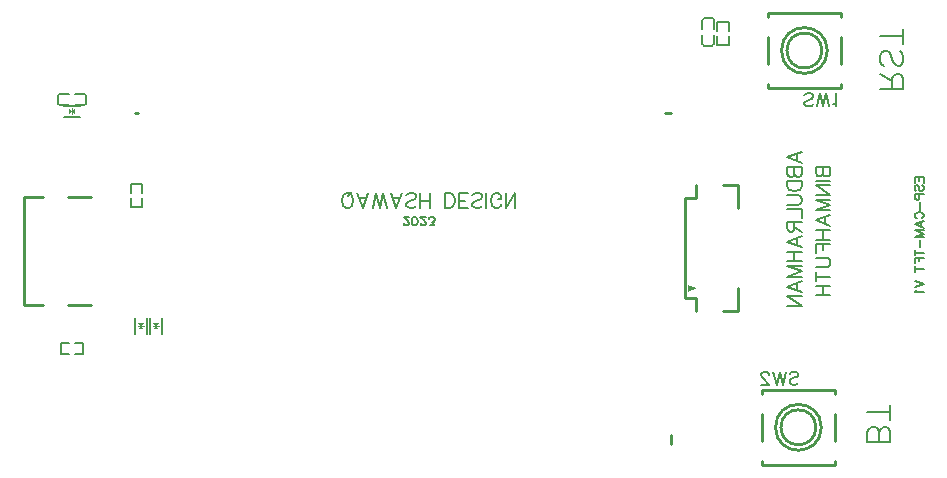
<source format=gbo>
G04 Layer: BottomSilkscreenLayer*
G04 EasyEDA v6.5.22, 2023-04-19 21:06:07*
G04 0b1144c6aaf7448fb0b14bab58411d50,0a61cb7f7b51421fbede6d33e3e5ec82,10*
G04 Gerber Generator version 0.2*
G04 Scale: 100 percent, Rotated: No, Reflected: No *
G04 Dimensions in inches *
G04 leading zeros omitted , absolute positions ,3 integer and 6 decimal *
%FSLAX36Y36*%
%MOIN*%

%ADD10C,0.0080*%
%ADD11C,0.0060*%
%ADD12C,0.0100*%
%ADD13C,0.0051*%
%ADD14C,0.0039*%
%ADD15C,0.0121*%

%LPD*%
D10*
X3107727Y1226999D02*
G01*
X3031364Y1226999D01*
X3107727Y1226999D02*
G01*
X3107727Y1259726D01*
X3104090Y1270635D01*
X3100455Y1274272D01*
X3093181Y1277908D01*
X3085909Y1277908D01*
X3078635Y1274272D01*
X3075000Y1270635D01*
X3071364Y1259726D01*
X3071364Y1226999D02*
G01*
X3071364Y1259726D01*
X3067727Y1270635D01*
X3064090Y1274272D01*
X3056818Y1277908D01*
X3045909Y1277908D01*
X3038635Y1274272D01*
X3035000Y1270635D01*
X3031364Y1259726D01*
X3031364Y1226999D01*
X3107727Y1327363D02*
G01*
X3031364Y1327363D01*
X3107727Y1301909D02*
G01*
X3107727Y1352818D01*
X3150726Y2405000D02*
G01*
X3074363Y2405000D01*
X3150726Y2405000D02*
G01*
X3150726Y2437727D01*
X3147091Y2448636D01*
X3143455Y2452273D01*
X3136181Y2455909D01*
X3128909Y2455909D01*
X3121635Y2452273D01*
X3118000Y2448636D01*
X3114363Y2437727D01*
X3114363Y2405000D01*
X3114363Y2430455D02*
G01*
X3074363Y2455909D01*
X3139817Y2530817D02*
G01*
X3147091Y2523544D01*
X3150726Y2512636D01*
X3150726Y2498090D01*
X3147091Y2487181D01*
X3139817Y2479908D01*
X3132545Y2479908D01*
X3125272Y2483544D01*
X3121635Y2487181D01*
X3118000Y2494454D01*
X3110726Y2516273D01*
X3107091Y2523544D01*
X3103455Y2527181D01*
X3096181Y2530817D01*
X3085272Y2530817D01*
X3078000Y2523544D01*
X3074363Y2512636D01*
X3074363Y2498090D01*
X3078000Y2487181D01*
X3085272Y2479908D01*
X3150726Y2580273D02*
G01*
X3074363Y2580273D01*
X3150726Y2554818D02*
G01*
X3150726Y2605727D01*
X2764544Y2176817D02*
G01*
X2812272Y2195000D01*
X2764544Y2176817D02*
G01*
X2812272Y2158636D01*
X2796364Y2188182D02*
G01*
X2796364Y2165455D01*
X2764544Y2143636D02*
G01*
X2812272Y2143636D01*
X2764544Y2143636D02*
G01*
X2764544Y2123182D01*
X2766818Y2116363D01*
X2769090Y2114090D01*
X2773635Y2111817D01*
X2778181Y2111817D01*
X2782727Y2114090D01*
X2785000Y2116363D01*
X2787272Y2123182D01*
X2787272Y2143636D02*
G01*
X2787272Y2123182D01*
X2789544Y2116363D01*
X2791818Y2114090D01*
X2796364Y2111817D01*
X2803181Y2111817D01*
X2807727Y2114090D01*
X2810000Y2116363D01*
X2812272Y2123182D01*
X2812272Y2143636D01*
X2764544Y2096817D02*
G01*
X2812272Y2096817D01*
X2764544Y2096817D02*
G01*
X2764544Y2080909D01*
X2766818Y2074090D01*
X2771364Y2069544D01*
X2775909Y2067273D01*
X2782727Y2065000D01*
X2794090Y2065000D01*
X2800909Y2067273D01*
X2805455Y2069544D01*
X2810000Y2074090D01*
X2812272Y2080909D01*
X2812272Y2096817D01*
X2764544Y2050000D02*
G01*
X2798635Y2050000D01*
X2805455Y2047726D01*
X2810000Y2043182D01*
X2812272Y2036363D01*
X2812272Y2031817D01*
X2810000Y2025000D01*
X2805455Y2020455D01*
X2798635Y2018182D01*
X2764544Y2018182D01*
X2764544Y2003182D02*
G01*
X2812272Y2003182D01*
X2812272Y2003182D02*
G01*
X2812272Y1975909D01*
X2764544Y1960909D02*
G01*
X2812272Y1960909D01*
X2764544Y1960909D02*
G01*
X2764544Y1940455D01*
X2766818Y1933636D01*
X2769090Y1931363D01*
X2773635Y1929090D01*
X2778181Y1929090D01*
X2782727Y1931363D01*
X2785000Y1933636D01*
X2787272Y1940455D01*
X2787272Y1960909D01*
X2787272Y1945000D02*
G01*
X2812272Y1929090D01*
X2764544Y1895909D02*
G01*
X2812272Y1914090D01*
X2764544Y1895909D02*
G01*
X2812272Y1877726D01*
X2796364Y1907273D02*
G01*
X2796364Y1884544D01*
X2764544Y1862726D02*
G01*
X2812272Y1862726D01*
X2764544Y1830909D02*
G01*
X2812272Y1830909D01*
X2787272Y1862726D02*
G01*
X2787272Y1830909D01*
X2764544Y1815909D02*
G01*
X2812272Y1815909D01*
X2764544Y1815909D02*
G01*
X2812272Y1797726D01*
X2764544Y1779544D02*
G01*
X2812272Y1797726D01*
X2764544Y1779544D02*
G01*
X2812272Y1779544D01*
X2764544Y1746363D02*
G01*
X2812272Y1764544D01*
X2764544Y1746363D02*
G01*
X2812272Y1728182D01*
X2796364Y1757726D02*
G01*
X2796364Y1735000D01*
X2764544Y1713182D02*
G01*
X2812272Y1713182D01*
X2764544Y1713182D02*
G01*
X2812272Y1681363D01*
X2764544Y1681363D02*
G01*
X2812272Y1681363D01*
X2859544Y2145000D02*
G01*
X2907272Y2145000D01*
X2859544Y2145000D02*
G01*
X2859544Y2124544D01*
X2861818Y2117727D01*
X2864090Y2115455D01*
X2868635Y2113182D01*
X2873181Y2113182D01*
X2877727Y2115455D01*
X2880000Y2117727D01*
X2882272Y2124544D01*
X2882272Y2145000D02*
G01*
X2882272Y2124544D01*
X2884544Y2117727D01*
X2886818Y2115455D01*
X2891364Y2113182D01*
X2898181Y2113182D01*
X2902727Y2115455D01*
X2905000Y2117727D01*
X2907272Y2124544D01*
X2907272Y2145000D01*
X2859544Y2098182D02*
G01*
X2907272Y2098182D01*
X2859544Y2083182D02*
G01*
X2907272Y2083182D01*
X2859544Y2083182D02*
G01*
X2907272Y2051363D01*
X2859544Y2051363D02*
G01*
X2907272Y2051363D01*
X2859544Y2036363D02*
G01*
X2907272Y2036363D01*
X2859544Y2036363D02*
G01*
X2907272Y2018182D01*
X2859544Y2000000D02*
G01*
X2907272Y2018182D01*
X2859544Y2000000D02*
G01*
X2907272Y2000000D01*
X2859544Y1966817D02*
G01*
X2907272Y1985000D01*
X2859544Y1966817D02*
G01*
X2907272Y1948636D01*
X2891364Y1978182D02*
G01*
X2891364Y1955455D01*
X2859544Y1933636D02*
G01*
X2907272Y1933636D01*
X2859544Y1901817D02*
G01*
X2907272Y1901817D01*
X2882272Y1933636D02*
G01*
X2882272Y1901817D01*
X2859544Y1886817D02*
G01*
X2907272Y1886817D01*
X2859544Y1886817D02*
G01*
X2859544Y1857273D01*
X2882272Y1886817D02*
G01*
X2882272Y1868636D01*
X2859544Y1842273D02*
G01*
X2893635Y1842273D01*
X2900455Y1840000D01*
X2905000Y1835455D01*
X2907272Y1828636D01*
X2907272Y1824090D01*
X2905000Y1817273D01*
X2900455Y1812726D01*
X2893635Y1810455D01*
X2859544Y1810455D01*
X2859544Y1779544D02*
G01*
X2907272Y1779544D01*
X2859544Y1795455D02*
G01*
X2859544Y1763636D01*
X2859544Y1748636D02*
G01*
X2907272Y1748636D01*
X2859544Y1716817D02*
G01*
X2907272Y1716817D01*
X2882272Y1748636D02*
G01*
X2882272Y1716817D01*
X3189727Y2110000D02*
G01*
X3218364Y2110000D01*
X3189727Y2110000D02*
G01*
X3189727Y2092273D01*
X3203364Y2110000D02*
G01*
X3203364Y2099090D01*
X3218364Y2110000D02*
G01*
X3218364Y2092273D01*
X3193818Y2064182D02*
G01*
X3191090Y2066909D01*
X3189727Y2070999D01*
X3189727Y2076455D01*
X3191090Y2080545D01*
X3193818Y2083272D01*
X3196544Y2083272D01*
X3199273Y2081909D01*
X3200636Y2080545D01*
X3201999Y2077818D01*
X3204727Y2069636D01*
X3206090Y2066909D01*
X3207455Y2065545D01*
X3210182Y2064182D01*
X3214273Y2064182D01*
X3216999Y2066909D01*
X3218364Y2070999D01*
X3218364Y2076455D01*
X3216999Y2080545D01*
X3214273Y2083272D01*
X3189727Y2055181D02*
G01*
X3218364Y2055181D01*
X3189727Y2055181D02*
G01*
X3189727Y2042908D01*
X3191090Y2038818D01*
X3192455Y2037455D01*
X3195182Y2036091D01*
X3199273Y2036091D01*
X3201999Y2037455D01*
X3203364Y2038818D01*
X3204727Y2042908D01*
X3204727Y2055181D01*
X3206090Y2027091D02*
G01*
X3206090Y2002545D01*
X3196544Y1973090D02*
G01*
X3193818Y1974454D01*
X3191090Y1977181D01*
X3189727Y1979908D01*
X3189727Y1985363D01*
X3191090Y1988090D01*
X3193818Y1990817D01*
X3196544Y1992181D01*
X3200636Y1993544D01*
X3207455Y1993544D01*
X3211544Y1992181D01*
X3214273Y1990817D01*
X3216999Y1988090D01*
X3218364Y1985363D01*
X3218364Y1979908D01*
X3216999Y1977181D01*
X3214273Y1974454D01*
X3211544Y1973090D01*
X3189727Y1953182D02*
G01*
X3218364Y1964090D01*
X3189727Y1953182D02*
G01*
X3218364Y1942273D01*
X3208818Y1960000D02*
G01*
X3208818Y1946363D01*
X3189727Y1933272D02*
G01*
X3218364Y1933272D01*
X3189727Y1933272D02*
G01*
X3218364Y1922363D01*
X3189727Y1911455D02*
G01*
X3218364Y1922363D01*
X3189727Y1911455D02*
G01*
X3218364Y1911455D01*
X3206090Y1902455D02*
G01*
X3206090Y1877908D01*
X3189727Y1859364D02*
G01*
X3218364Y1859364D01*
X3189727Y1868908D02*
G01*
X3189727Y1849818D01*
X3189727Y1840817D02*
G01*
X3218364Y1840817D01*
X3189727Y1840817D02*
G01*
X3189727Y1823090D01*
X3203364Y1840817D02*
G01*
X3203364Y1829908D01*
X3189727Y1804544D02*
G01*
X3218364Y1804544D01*
X3189727Y1814090D02*
G01*
X3189727Y1795000D01*
X3189727Y1765000D02*
G01*
X3218364Y1754090D01*
X3189727Y1743182D02*
G01*
X3218364Y1754090D01*
X3195182Y1734182D02*
G01*
X3193818Y1731455D01*
X3189727Y1727363D01*
X3218364Y1727363D01*
X1293635Y2009544D02*
G01*
X1289090Y2011817D01*
X1284544Y2016363D01*
X1282272Y2020909D01*
X1280000Y2027726D01*
X1280000Y2039090D01*
X1282272Y2045909D01*
X1284544Y2050455D01*
X1289090Y2055000D01*
X1293635Y2057273D01*
X1302727Y2057273D01*
X1307272Y2055000D01*
X1311818Y2050455D01*
X1314090Y2045909D01*
X1316364Y2039090D01*
X1316364Y2027726D01*
X1314090Y2020909D01*
X1311818Y2016363D01*
X1307272Y2011817D01*
X1302727Y2009544D01*
X1293635Y2009544D01*
X1300455Y2048182D02*
G01*
X1314090Y2061817D01*
X1349544Y2009544D02*
G01*
X1331364Y2057273D01*
X1349544Y2009544D02*
G01*
X1367727Y2057273D01*
X1338181Y2041363D02*
G01*
X1360909Y2041363D01*
X1382727Y2009544D02*
G01*
X1394090Y2057273D01*
X1405455Y2009544D02*
G01*
X1394090Y2057273D01*
X1405455Y2009544D02*
G01*
X1416818Y2057273D01*
X1428181Y2009544D02*
G01*
X1416818Y2057273D01*
X1461364Y2009544D02*
G01*
X1443181Y2057273D01*
X1461364Y2009544D02*
G01*
X1479544Y2057273D01*
X1450000Y2041363D02*
G01*
X1472727Y2041363D01*
X1526364Y2016363D02*
G01*
X1521818Y2011817D01*
X1515000Y2009544D01*
X1505909Y2009544D01*
X1499090Y2011817D01*
X1494544Y2016363D01*
X1494544Y2020909D01*
X1496818Y2025455D01*
X1499090Y2027726D01*
X1503635Y2030000D01*
X1517272Y2034544D01*
X1521818Y2036817D01*
X1524090Y2039090D01*
X1526364Y2043636D01*
X1526364Y2050455D01*
X1521818Y2055000D01*
X1515000Y2057273D01*
X1505909Y2057273D01*
X1499090Y2055000D01*
X1494544Y2050455D01*
X1541364Y2009544D02*
G01*
X1541364Y2057273D01*
X1573181Y2009544D02*
G01*
X1573181Y2057273D01*
X1541364Y2032273D02*
G01*
X1573181Y2032273D01*
X1623181Y2009544D02*
G01*
X1623181Y2057273D01*
X1623181Y2009544D02*
G01*
X1639090Y2009544D01*
X1645909Y2011817D01*
X1650455Y2016363D01*
X1652727Y2020909D01*
X1655000Y2027726D01*
X1655000Y2039090D01*
X1652727Y2045909D01*
X1650455Y2050455D01*
X1645909Y2055000D01*
X1639090Y2057273D01*
X1623181Y2057273D01*
X1670000Y2009544D02*
G01*
X1670000Y2057273D01*
X1670000Y2009544D02*
G01*
X1699544Y2009544D01*
X1670000Y2032273D02*
G01*
X1688181Y2032273D01*
X1670000Y2057273D02*
G01*
X1699544Y2057273D01*
X1746364Y2016363D02*
G01*
X1741818Y2011817D01*
X1735000Y2009544D01*
X1725909Y2009544D01*
X1719090Y2011817D01*
X1714544Y2016363D01*
X1714544Y2020909D01*
X1716818Y2025455D01*
X1719090Y2027726D01*
X1723635Y2030000D01*
X1737272Y2034544D01*
X1741818Y2036817D01*
X1744090Y2039090D01*
X1746364Y2043636D01*
X1746364Y2050455D01*
X1741818Y2055000D01*
X1735000Y2057273D01*
X1725909Y2057273D01*
X1719090Y2055000D01*
X1714544Y2050455D01*
X1761364Y2009544D02*
G01*
X1761364Y2057273D01*
X1810455Y2020909D02*
G01*
X1808181Y2016363D01*
X1803635Y2011817D01*
X1799090Y2009544D01*
X1790000Y2009544D01*
X1785455Y2011817D01*
X1780909Y2016363D01*
X1778635Y2020909D01*
X1776364Y2027726D01*
X1776364Y2039090D01*
X1778635Y2045909D01*
X1780909Y2050455D01*
X1785455Y2055000D01*
X1790000Y2057273D01*
X1799090Y2057273D01*
X1803635Y2055000D01*
X1808181Y2050455D01*
X1810455Y2045909D01*
X1810455Y2039090D01*
X1799090Y2039090D02*
G01*
X1810455Y2039090D01*
X1825455Y2009544D02*
G01*
X1825455Y2057273D01*
X1825455Y2009544D02*
G01*
X1857272Y2057273D01*
X1857272Y2009544D02*
G01*
X1857272Y2057273D01*
X1486364Y1956545D02*
G01*
X1486364Y1955181D01*
X1487727Y1952455D01*
X1489090Y1951091D01*
X1491818Y1949726D01*
X1497272Y1949726D01*
X1500000Y1951091D01*
X1501364Y1952455D01*
X1502727Y1955181D01*
X1502727Y1957908D01*
X1501364Y1960635D01*
X1498635Y1964726D01*
X1485000Y1978364D01*
X1504090Y1978364D01*
X1521273Y1949726D02*
G01*
X1517182Y1951091D01*
X1514454Y1955181D01*
X1513091Y1961999D01*
X1513091Y1966091D01*
X1514454Y1972908D01*
X1517182Y1976999D01*
X1521273Y1978364D01*
X1523999Y1978364D01*
X1528091Y1976999D01*
X1530817Y1972908D01*
X1532182Y1966091D01*
X1532182Y1961999D01*
X1530817Y1955181D01*
X1528091Y1951091D01*
X1523999Y1949726D01*
X1521273Y1949726D01*
X1542545Y1956545D02*
G01*
X1542545Y1955181D01*
X1543909Y1952455D01*
X1545272Y1951091D01*
X1548000Y1949726D01*
X1553455Y1949726D01*
X1556181Y1951091D01*
X1557545Y1952455D01*
X1558909Y1955181D01*
X1558909Y1957908D01*
X1557545Y1960635D01*
X1554817Y1964726D01*
X1541181Y1978364D01*
X1560272Y1978364D01*
X1571999Y1949726D02*
G01*
X1586999Y1949726D01*
X1578818Y1960635D01*
X1582908Y1960635D01*
X1585636Y1961999D01*
X1586999Y1963364D01*
X1588364Y1967455D01*
X1588364Y1970181D01*
X1586999Y1974272D01*
X1584273Y1976999D01*
X1580182Y1978364D01*
X1576090Y1978364D01*
X1571999Y1976999D01*
X1570636Y1975635D01*
X1569273Y1972908D01*
D11*
X2849600Y2353699D02*
G01*
X2845500Y2349600D01*
X2839399Y2347600D01*
X2831199Y2347600D01*
X2825100Y2349600D01*
X2821000Y2353699D01*
X2821000Y2357800D01*
X2823000Y2361900D01*
X2825100Y2364000D01*
X2829200Y2365999D01*
X2841499Y2370100D01*
X2845500Y2372100D01*
X2847600Y2374200D01*
X2849600Y2378299D01*
X2849600Y2384400D01*
X2845500Y2388499D01*
X2839399Y2390500D01*
X2831199Y2390500D01*
X2825100Y2388499D01*
X2821000Y2384400D01*
X2863100Y2347600D02*
G01*
X2873400Y2390500D01*
X2883599Y2347600D02*
G01*
X2873400Y2390500D01*
X2883599Y2347600D02*
G01*
X2893800Y2390500D01*
X2903999Y2347600D02*
G01*
X2893800Y2390500D01*
X2917500Y2355799D02*
G01*
X2921599Y2353699D01*
X2927799Y2347600D01*
X2927799Y2390500D01*
X2772399Y1456300D02*
G01*
X2776499Y1460399D01*
X2782600Y1462399D01*
X2790799Y1462399D01*
X2796899Y1460399D01*
X2801000Y1456300D01*
X2801000Y1452199D01*
X2798999Y1448099D01*
X2796899Y1445999D01*
X2792799Y1444000D01*
X2780500Y1439899D01*
X2776499Y1437899D01*
X2774399Y1435799D01*
X2772399Y1431700D01*
X2772399Y1425599D01*
X2776499Y1421500D01*
X2782600Y1419499D01*
X2790799Y1419499D01*
X2796899Y1421500D01*
X2801000Y1425599D01*
X2758900Y1462399D02*
G01*
X2748599Y1419499D01*
X2738400Y1462399D02*
G01*
X2748599Y1419499D01*
X2738400Y1462399D02*
G01*
X2728199Y1419499D01*
X2718000Y1462399D02*
G01*
X2728199Y1419499D01*
X2702399Y1452199D02*
G01*
X2702399Y1454200D01*
X2700399Y1458299D01*
X2698299Y1460399D01*
X2694200Y1462399D01*
X2686000Y1462399D01*
X2681999Y1460399D01*
X2679899Y1458299D01*
X2677899Y1454200D01*
X2677899Y1450100D01*
X2679899Y1445999D01*
X2683999Y1439899D01*
X2704499Y1419499D01*
X2675799Y1419499D01*
G36*
X649000Y1624000D02*
G01*
X660000Y1615000D01*
X671000Y1624000D01*
G37*
G36*
X660000Y1615000D02*
G01*
X649000Y1606000D01*
X671000Y1606000D01*
G37*
G36*
X389000Y2341000D02*
G01*
X380000Y2330000D01*
X389000Y2319000D01*
G37*
G36*
X371000Y2341000D02*
G01*
X371000Y2319000D01*
X380000Y2330000D01*
G37*
G36*
X599000Y1624000D02*
G01*
X610000Y1615000D01*
X621000Y1624000D01*
G37*
G36*
X610000Y1615000D02*
G01*
X599000Y1606000D01*
X621000Y1606000D01*
G37*
G36*
X2432040Y1752960D02*
G01*
X2432040Y1729340D01*
X2463540Y1741140D01*
G37*
D12*
X2375000Y1250000D02*
G01*
X2375000Y1220000D01*
X600000Y2325000D02*
G01*
X590000Y2325000D01*
X2357118Y2325000D02*
G01*
X2375000Y2325000D01*
X2943046Y2407015D02*
G01*
X2943046Y2421538D01*
X2943046Y2644461D02*
G01*
X2943046Y2658984D01*
X2698954Y2658984D02*
G01*
X2943046Y2658984D01*
X2698954Y2407015D02*
G01*
X2943046Y2407015D01*
X2698954Y2407015D02*
G01*
X2698954Y2421538D01*
X2698954Y2486981D02*
G01*
X2698954Y2579018D01*
X2698954Y2644461D02*
G01*
X2698954Y2658984D01*
X2943046Y2486981D02*
G01*
X2943046Y2579018D01*
X2678953Y1402984D02*
G01*
X2678953Y1388461D01*
X2678953Y1165538D02*
G01*
X2678953Y1151015D01*
X2923046Y1151015D02*
G01*
X2678953Y1151015D01*
X2923046Y1402984D02*
G01*
X2678953Y1402984D01*
X2923046Y1402984D02*
G01*
X2923046Y1388461D01*
X2923046Y1323018D02*
G01*
X2923046Y1230981D01*
X2923046Y1165538D02*
G01*
X2923046Y1151015D01*
X2678953Y1323018D02*
G01*
X2678953Y1230981D01*
D11*
X371093Y1559630D02*
G01*
X342824Y1559630D01*
X342824Y1520369D01*
X371093Y1520369D01*
X388906Y1559630D02*
G01*
X417175Y1559630D01*
X417175Y1520369D01*
X388906Y1520369D01*
X2530370Y2581093D02*
G01*
X2530370Y2552824D01*
X2569629Y2552824D01*
X2569629Y2581093D01*
X2530370Y2598906D02*
G01*
X2530370Y2627175D01*
X2569629Y2627175D01*
X2569629Y2598906D01*
D13*
X679684Y1589409D02*
G01*
X679684Y1640590D01*
X640315Y1589409D02*
G01*
X640315Y1640590D01*
D14*
X669000Y1615000D02*
G01*
X650000Y1615000D01*
D11*
X339987Y2350369D02*
G01*
X371093Y2350369D01*
X388906Y2389630D02*
G01*
X420012Y2389630D01*
X420012Y2350369D02*
G01*
X388906Y2350369D01*
X426012Y2383629D02*
G01*
X426012Y2356370D01*
X371093Y2389630D02*
G01*
X339987Y2389630D01*
X333987Y2383629D02*
G01*
X333987Y2356370D01*
X2480370Y2635012D02*
G01*
X2480370Y2603906D01*
X2519629Y2586093D02*
G01*
X2519629Y2554987D01*
X2480370Y2554987D02*
G01*
X2480370Y2586093D01*
X2513630Y2548987D02*
G01*
X2486369Y2548987D01*
X2519629Y2603906D02*
G01*
X2519629Y2635012D01*
X2513630Y2641012D02*
G01*
X2486369Y2641012D01*
D13*
X354409Y2310315D02*
G01*
X405590Y2310315D01*
X354409Y2349684D02*
G01*
X405590Y2349684D01*
D14*
X380000Y2320999D02*
G01*
X380000Y2340000D01*
D13*
X629684Y1589409D02*
G01*
X629684Y1640590D01*
X590315Y1589409D02*
G01*
X590315Y1640590D01*
D14*
X619000Y1615000D02*
G01*
X600000Y1615000D01*
D11*
X575369Y2041093D02*
G01*
X575369Y2012824D01*
X614630Y2012824D01*
X614630Y2041093D01*
X575369Y2058906D02*
G01*
X575369Y2087175D01*
X614630Y2087175D01*
X614630Y2058906D01*
D12*
X367905Y2044998D02*
G01*
X442561Y2044998D01*
X281929Y1684998D02*
G01*
X219996Y1684998D01*
X219996Y2044998D01*
X281929Y2044998D01*
X442561Y1684998D02*
G01*
X367905Y1684998D01*
X2459605Y2040354D02*
G01*
X2424173Y2040354D01*
X2459605Y2040354D02*
G01*
X2459605Y2083658D01*
X2601337Y2083658D02*
G01*
X2551382Y2083658D01*
X2601337Y2008107D02*
G01*
X2601337Y2083658D01*
X2459605Y1709643D02*
G01*
X2459605Y1666334D01*
X2601337Y1666334D02*
G01*
X2601337Y1741885D01*
X2601337Y1666334D02*
G01*
X2551385Y1666334D01*
X2459605Y1709643D02*
G01*
X2424173Y1709643D01*
X2424173Y1709643D02*
G01*
X2424173Y2040354D01*
D11*
G75*
G01*
X420012Y2389630D02*
G02*
X426012Y2383630I0J-6000D01*
G75*
G01*
X426012Y2356370D02*
G02*
X420012Y2350370I-6000J0D01*
G75*
G01*
X339988Y2389630D02*
G03*
X333988Y2383630I0J-6000D01*
G75*
G01*
X333988Y2356370D02*
G03*
X339988Y2350370I6000J0D01*
G75*
G01*
X2519630Y2554988D02*
G02*
X2513630Y2548988I-6000J0D01*
G75*
G01*
X2486370Y2548988D02*
G02*
X2480370Y2554988I0J6000D01*
G75*
G01*
X2519630Y2635012D02*
G03*
X2513630Y2641012I-6000J0D01*
G75*
G01*
X2486370Y2641012D02*
G03*
X2480370Y2635012I0J-6000D01*
D12*
G75*
G01
X2897320Y2533000D02*
G03X2897320Y2533000I-76320J0D01*
G75*
G01
X2879310Y2533000D02*
G03X2879310Y2533000I-58310J0D01*
G75*
G01
X2877320Y1277000D02*
G03X2877320Y1277000I-76320J0D01*
G75*
G01
X2859310Y1277000D02*
G03X2859310Y1277000I-58310J0D01*
M02*

</source>
